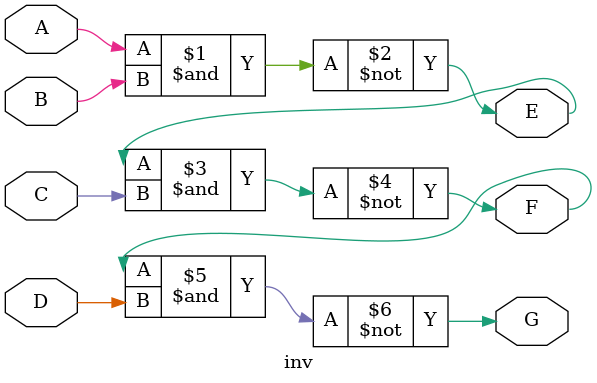
<source format=v>
`timescale 1ns / 1ps

module inv(
    input A,
    input B,
    input C,
    input D,
    
    output E,
    output F,
    output G
    );
    
    assign E = ~(A&B);
    assign F = ~(E&C);
    assign G = ~(F&D);
    
endmodule

</source>
